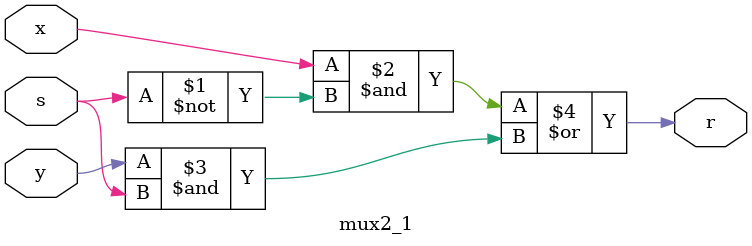
<source format=v>
module mux2_1(x,y,s,r);
  input x,y,s;
  output r;
  
  assign r = (x & ~s) | (y & s);
endmodule
  

</source>
